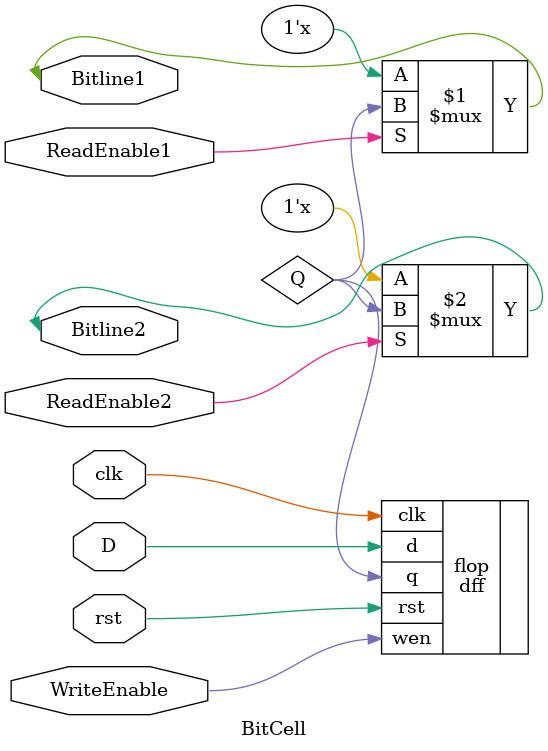
<source format=v>
/*
 * BitCell.v
 * Shawn Zhu
 * ECE552
 */
module BitCell(clk, rst, D, WriteEnable, ReadEnable1, ReadEnable2, Bitline1, Bitline2);
input clk;
input rst;
input D;
input WriteEnable;
input ReadEnable1;
input ReadEnable2;
inout Bitline1;
inout Bitline2;

wire Q;

dff flop(.q(Q), .d(D), .wen(WriteEnable), .clk(clk), .rst(rst));

assign Bitline1 = (ReadEnable1) ? Q : 1'bz;
assign Bitline2 = (ReadEnable2) ? Q : 1'bz;

endmodule

</source>
